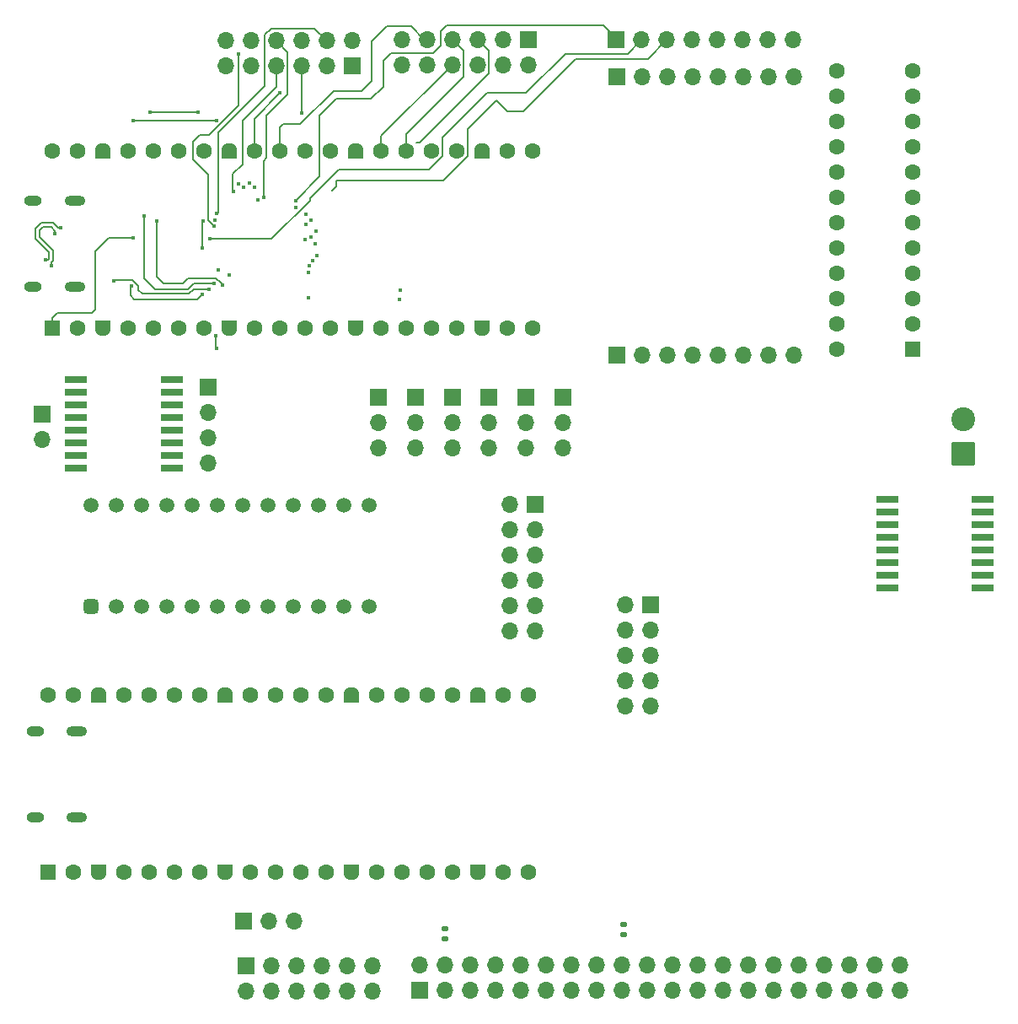
<source format=gbr>
%TF.GenerationSoftware,KiCad,Pcbnew,9.0.0*%
%TF.CreationDate,2025-06-09T15:05:36+02:00*%
%TF.ProjectId,stm32-fpga-bootloader,73746d33-322d-4667-9067-612d626f6f74,rev?*%
%TF.SameCoordinates,Original*%
%TF.FileFunction,Copper,L4,Bot*%
%TF.FilePolarity,Positive*%
%FSLAX46Y46*%
G04 Gerber Fmt 4.6, Leading zero omitted, Abs format (unit mm)*
G04 Created by KiCad (PCBNEW 9.0.0) date 2025-06-09 15:05:36*
%MOMM*%
%LPD*%
G01*
G04 APERTURE LIST*
G04 Aperture macros list*
%AMRoundRect*
0 Rectangle with rounded corners*
0 $1 Rounding radius*
0 $2 $3 $4 $5 $6 $7 $8 $9 X,Y pos of 4 corners*
0 Add a 4 corners polygon primitive as box body*
4,1,4,$2,$3,$4,$5,$6,$7,$8,$9,$2,$3,0*
0 Add four circle primitives for the rounded corners*
1,1,$1+$1,$2,$3*
1,1,$1+$1,$4,$5*
1,1,$1+$1,$6,$7*
1,1,$1+$1,$8,$9*
0 Add four rect primitives between the rounded corners*
20,1,$1+$1,$2,$3,$4,$5,0*
20,1,$1+$1,$4,$5,$6,$7,0*
20,1,$1+$1,$6,$7,$8,$9,0*
20,1,$1+$1,$8,$9,$2,$3,0*%
%AMFreePoly0*
4,1,37,0.603843,0.796157,0.639018,0.796157,0.711114,0.766294,0.766294,0.711114,0.796157,0.639018,0.796157,0.603843,0.800000,0.600000,0.800000,-0.600000,0.796157,-0.603843,0.796157,-0.639018,0.766294,-0.711114,0.711114,-0.766294,0.639018,-0.796157,0.603843,-0.796157,0.600000,-0.800000,0.000000,-0.800000,0.000000,-0.796148,-0.078414,-0.796148,-0.232228,-0.765552,-0.377117,-0.705537,
-0.507515,-0.618408,-0.618408,-0.507515,-0.705537,-0.377117,-0.765552,-0.232228,-0.796148,-0.078414,-0.796148,0.078414,-0.765552,0.232228,-0.705537,0.377117,-0.618408,0.507515,-0.507515,0.618408,-0.377117,0.705537,-0.232228,0.765552,-0.078414,0.796148,0.000000,0.796148,0.000000,0.800000,0.600000,0.800000,0.603843,0.796157,0.603843,0.796157,$1*%
%AMFreePoly1*
4,1,37,0.000000,0.796148,0.078414,0.796148,0.232228,0.765552,0.377117,0.705537,0.507515,0.618408,0.618408,0.507515,0.705537,0.377117,0.765552,0.232228,0.796148,0.078414,0.796148,-0.078414,0.765552,-0.232228,0.705537,-0.377117,0.618408,-0.507515,0.507515,-0.618408,0.377117,-0.705537,0.232228,-0.765552,0.078414,-0.796148,0.000000,-0.796148,0.000000,-0.800000,-0.600000,-0.800000,
-0.603843,-0.796157,-0.639018,-0.796157,-0.711114,-0.766294,-0.766294,-0.711114,-0.796157,-0.639018,-0.796157,-0.603843,-0.800000,-0.600000,-0.800000,0.600000,-0.796157,0.603843,-0.796157,0.639018,-0.766294,0.711114,-0.711114,0.766294,-0.639018,0.796157,-0.603843,0.796157,-0.600000,0.800000,0.000000,0.800000,0.000000,0.796148,0.000000,0.796148,$1*%
G04 Aperture macros list end*
%TA.AperFunction,ComponentPad*%
%ADD10RoundRect,0.250001X0.949999X-0.949999X0.949999X0.949999X-0.949999X0.949999X-0.949999X-0.949999X0*%
%TD*%
%TA.AperFunction,ComponentPad*%
%ADD11C,2.400000*%
%TD*%
%TA.AperFunction,ComponentPad*%
%ADD12RoundRect,0.375000X0.375000X-0.375000X0.375000X0.375000X-0.375000X0.375000X-0.375000X-0.375000X0*%
%TD*%
%TA.AperFunction,ComponentPad*%
%ADD13C,1.500000*%
%TD*%
%TA.AperFunction,ComponentPad*%
%ADD14RoundRect,0.200000X0.600000X-0.600000X0.600000X0.600000X-0.600000X0.600000X-0.600000X-0.600000X0*%
%TD*%
%TA.AperFunction,ComponentPad*%
%ADD15C,1.600000*%
%TD*%
%TA.AperFunction,ComponentPad*%
%ADD16FreePoly0,90.000000*%
%TD*%
%TA.AperFunction,ComponentPad*%
%ADD17FreePoly1,90.000000*%
%TD*%
%TA.AperFunction,ComponentPad*%
%ADD18R,1.700000X1.700000*%
%TD*%
%TA.AperFunction,ComponentPad*%
%ADD19O,1.700000X1.700000*%
%TD*%
%TA.AperFunction,HeatsinkPad*%
%ADD20O,2.100000X1.000000*%
%TD*%
%TA.AperFunction,HeatsinkPad*%
%ADD21O,1.800000X1.000000*%
%TD*%
%TA.AperFunction,ComponentPad*%
%ADD22RoundRect,0.250000X0.550000X0.550000X-0.550000X0.550000X-0.550000X-0.550000X0.550000X-0.550000X0*%
%TD*%
%TA.AperFunction,SMDPad,CuDef*%
%ADD23RoundRect,0.135000X0.185000X-0.135000X0.185000X0.135000X-0.185000X0.135000X-0.185000X-0.135000X0*%
%TD*%
%TA.AperFunction,SMDPad,CuDef*%
%ADD24R,2.160000X0.635000*%
%TD*%
%TA.AperFunction,ViaPad*%
%ADD25C,0.450000*%
%TD*%
%TA.AperFunction,Conductor*%
%ADD26C,0.200000*%
%TD*%
G04 APERTURE END LIST*
D10*
%TO.P,J6,1,Pin_1*%
%TO.N,Net-(J6-Pin_1)*%
X208472500Y-73735000D03*
D11*
%TO.P,J6,2,Pin_2*%
%TO.N,GND*%
X208472500Y-70235000D03*
%TD*%
D12*
%TO.P,U12,1,L3*%
%TO.N,unconnected-(U12-L3-Pad1)*%
X120835000Y-89085000D03*
D13*
%TO.P,U12,2,D1*%
%TO.N,Net-(U12-D1)*%
X123375000Y-89085000D03*
%TO.P,U12,3,D*%
%TO.N,/displays/7SEG_D*%
X125915000Y-89085000D03*
%TO.P,U12,4,L2*%
%TO.N,unconnected-(U12-L2-Pad4)*%
X128455000Y-89085000D03*
%TO.P,U12,5,D2*%
%TO.N,Net-(U12-D2)*%
X130995000Y-89085000D03*
%TO.P,U12,6,LC_CA*%
%TO.N,unconnected-(U12-LC_CA-Pad6)*%
X133535000Y-89085000D03*
%TO.P,U12,7,LC_AN*%
%TO.N,unconnected-(U12-LC_AN-Pad7)*%
X136075000Y-89085000D03*
%TO.P,U12,8,D3*%
%TO.N,Net-(U12-D3)*%
X138615000Y-89085000D03*
%TO.P,U12,9,DP1_AN*%
%TO.N,unconnected-(U12-DP1_AN-Pad9)*%
X141155000Y-89085000D03*
%TO.P,U12,10,D4*%
%TO.N,Net-(U12-D4)*%
X143695000Y-89085000D03*
%TO.P,U12,11,E*%
%TO.N,/displays/7SEG_E*%
X146235000Y-89085000D03*
%TO.P,U12,12,DP2_AN*%
%TO.N,unconnected-(U12-DP2_AN-Pad12)*%
X148775000Y-89085000D03*
%TO.P,U12,13,UP_CA*%
%TO.N,unconnected-(U12-UP_CA-Pad13)*%
X148775000Y-78925000D03*
%TO.P,U12,14,DP2_CA*%
%TO.N,unconnected-(U12-DP2_CA-Pad14)*%
X146235000Y-78925000D03*
%TO.P,U12,15,UP_AN*%
%TO.N,unconnected-(U12-UP_AN-Pad15)*%
X143695000Y-78925000D03*
%TO.P,U12,16,DP1_CA*%
%TO.N,unconnected-(U12-DP1_CA-Pad16)*%
X141155000Y-78925000D03*
%TO.P,U12,17,A*%
%TO.N,/displays/7SEG_A*%
X138615000Y-78925000D03*
%TO.P,U12,18,F*%
%TO.N,/displays/7SEG_F*%
X136075000Y-78925000D03*
%TO.P,U12,19,B*%
%TO.N,/displays/7SEG_B*%
X133535000Y-78925000D03*
%TO.P,U12,20,C*%
%TO.N,/displays/7SEG_C*%
X130995000Y-78925000D03*
%TO.P,U12,21,D1_E_AN*%
%TO.N,/displays/7SEG_E*%
X128455000Y-78925000D03*
%TO.P,U12,22,G*%
%TO.N,/displays/7SEG_G*%
X125915000Y-78925000D03*
%TO.P,U12,23,L1*%
%TO.N,unconnected-(U12-L1-Pad23)*%
X123375000Y-78925000D03*
%TO.P,U12,24,L1_L2_L3_CA*%
%TO.N,unconnected-(U12-L1_L2_L3_CA-Pad24)*%
X120835000Y-78925000D03*
%TD*%
D14*
%TO.P,A2,1,GPIO0*%
%TO.N,/CPLD_B0_PT10A*%
X116495000Y-115715000D03*
D15*
%TO.P,A2,2,GPIO1*%
%TO.N,/CPLD_B1_PT10B*%
X119035000Y-115715000D03*
D16*
%TO.P,A2,3,GND*%
%TO.N,GND*%
X121575000Y-115715000D03*
D15*
%TO.P,A2,4,GPIO2*%
%TO.N,/CPLD_B2_PT9A*%
X124115000Y-115715000D03*
%TO.P,A2,5,GPIO3*%
%TO.N,/CPLD_B3_PT9B*%
X126655000Y-115715000D03*
%TO.P,A2,6,GPIO4*%
%TO.N,/CPLD_B4_PR9A*%
X129195000Y-115715000D03*
%TO.P,A2,7,GPIO5*%
%TO.N,/CPLD_B5_PR9B*%
X131735000Y-115715000D03*
D16*
%TO.P,A2,8,GND*%
%TO.N,GND*%
X134275000Y-115715000D03*
D15*
%TO.P,A2,9,GPIO6*%
%TO.N,/CPLD_B6_PR9C*%
X136815000Y-115715000D03*
%TO.P,A2,10,GPIO7*%
%TO.N,/CPLD_B7_PR9D*%
X139355000Y-115715000D03*
%TO.P,A2,11,GPIO8*%
%TO.N,unconnected-(A2-GPIO8-Pad11)*%
X141895000Y-115715000D03*
%TO.P,A2,12,GPIO9*%
%TO.N,unconnected-(A2-GPIO9-Pad12)*%
X144435000Y-115715000D03*
D16*
%TO.P,A2,13,GND*%
%TO.N,GND*%
X146975000Y-115715000D03*
D15*
%TO.P,A2,14,GPIO10*%
%TO.N,/CPLD_CLOCK*%
X149515000Y-115715000D03*
%TO.P,A2,15,GPIO11*%
%TO.N,unconnected-(A2-GPIO11-Pad15)*%
X152055000Y-115715000D03*
%TO.P,A2,16,GPIO12*%
%TO.N,unconnected-(A2-GPIO12-Pad16)*%
X154595000Y-115715000D03*
%TO.P,A2,17,GPIO13*%
%TO.N,unconnected-(A2-GPIO13-Pad17)*%
X157135000Y-115715000D03*
D16*
%TO.P,A2,18,GND*%
%TO.N,GND*%
X159675000Y-115715000D03*
D15*
%TO.P,A2,19,GPIO14*%
%TO.N,unconnected-(A2-GPIO14-Pad19)*%
X162215000Y-115715000D03*
%TO.P,A2,20,GPIO15*%
%TO.N,unconnected-(A2-GPIO15-Pad20)*%
X164755000Y-115715000D03*
%TO.P,A2,21,GPIO16*%
%TO.N,/CPLD_MISO*%
X164755000Y-97935000D03*
%TO.P,A2,22,GPIO17*%
%TO.N,/CPLD_SPI_CS*%
X162215000Y-97935000D03*
D17*
%TO.P,A2,23,GND*%
%TO.N,GND*%
X159675000Y-97935000D03*
D15*
%TO.P,A2,24,GPIO18*%
%TO.N,/CPLDK_SCK*%
X157135000Y-97935000D03*
%TO.P,A2,25,GPIO19*%
%TO.N,/CPLD_MOSI*%
X154595000Y-97935000D03*
%TO.P,A2,26,GPIO20*%
%TO.N,/CPLD_SDA*%
X152055000Y-97935000D03*
%TO.P,A2,27,GPIO21*%
%TO.N,/CPLD_SCL*%
X149515000Y-97935000D03*
D17*
%TO.P,A2,28,GND*%
%TO.N,GND*%
X146975000Y-97935000D03*
D15*
%TO.P,A2,29,GPIO22*%
%TO.N,/CPLD_SPI_MCS*%
X144435000Y-97935000D03*
%TO.P,A2,30,RUN*%
%TO.N,unconnected-(A2-RUN-Pad30)*%
X141895000Y-97935000D03*
%TO.P,A2,31,GPIO26_ADC0*%
%TO.N,unconnected-(A2-GPIO26_ADC0-Pad31)*%
X139355000Y-97935000D03*
%TO.P,A2,32,GPIO27_ADC1*%
%TO.N,unconnected-(A2-GPIO27_ADC1-Pad32)*%
X136815000Y-97935000D03*
D17*
%TO.P,A2,33,AGND*%
%TO.N,unconnected-(A2-AGND-Pad33)*%
X134275000Y-97935000D03*
D15*
%TO.P,A2,34,GPIO28_ADC2*%
%TO.N,unconnected-(A2-GPIO28_ADC2-Pad34)*%
X131735000Y-97935000D03*
%TO.P,A2,35,ADC_VREF*%
%TO.N,unconnected-(A2-ADC_VREF-Pad35)*%
X129195000Y-97935000D03*
%TO.P,A2,36,3V3*%
%TO.N,unconnected-(A2-3V3-Pad36)*%
X126655000Y-97935000D03*
%TO.P,A2,37,3V3_EN*%
%TO.N,unconnected-(A2-3V3_EN-Pad37)*%
X124115000Y-97935000D03*
D17*
%TO.P,A2,38,GND*%
%TO.N,GND*%
X121575000Y-97935000D03*
D15*
%TO.P,A2,39,VSYS*%
%TO.N,unconnected-(A2-VSYS-Pad39)*%
X119035000Y-97935000D03*
%TO.P,A2,40,VBUS*%
%TO.N,VBUS2*%
X116495000Y-97935000D03*
%TD*%
D14*
%TO.P,A1,1,GPIO0*%
%TO.N,/RPI_ICE0*%
X116925000Y-61165000D03*
D15*
%TO.P,A1,2,GPIO1*%
%TO.N,/RPI_ICE1*%
X119465000Y-61165000D03*
D16*
%TO.P,A1,3,GND*%
%TO.N,GND*%
X122005000Y-61165000D03*
D15*
%TO.P,A1,4,GPIO2*%
%TO.N,/RPI_ICE2*%
X124545000Y-61165000D03*
%TO.P,A1,5,GPIO3*%
%TO.N,/RPI_ICE3*%
X127085000Y-61165000D03*
%TO.P,A1,6,GPIO4*%
%TO.N,/RPI_ICE4*%
X129625000Y-61165000D03*
%TO.P,A1,7,GPIO5*%
%TO.N,/RPI_ICE5*%
X132165000Y-61165000D03*
D16*
%TO.P,A1,8,GND*%
%TO.N,GND*%
X134705000Y-61165000D03*
D15*
%TO.P,A1,9,GPIO6*%
%TO.N,/RPI_ICE6*%
X137245000Y-61165000D03*
%TO.P,A1,10,GPIO7*%
%TO.N,/RPI_ICE7*%
X139785000Y-61165000D03*
%TO.P,A1,11,GPIO8*%
%TO.N,/IOB_23b*%
X142325000Y-61165000D03*
%TO.P,A1,12,GPIO9*%
%TO.N,/IOT_43a*%
X144865000Y-61165000D03*
D16*
%TO.P,A1,13,GND*%
%TO.N,GND*%
X147405000Y-61165000D03*
D15*
%TO.P,A1,14,GPIO10*%
%TO.N,Net-(A1-GPIO10)*%
X149945000Y-61165000D03*
%TO.P,A1,15,GPIO11*%
%TO.N,/ICE_SPI_MOSI*%
X152485000Y-61165000D03*
%TO.P,A1,16,GPIO12*%
%TO.N,/ICE_SPI_MISO*%
X155025000Y-61165000D03*
%TO.P,A1,17,GPIO13*%
%TO.N,/ICE_SPI_SS*%
X157565000Y-61165000D03*
D16*
%TO.P,A1,18,GND*%
%TO.N,GND*%
X160105000Y-61165000D03*
D15*
%TO.P,A1,19,GPIO14*%
%TO.N,/ICE_SPI_SCK*%
X162645000Y-61165000D03*
%TO.P,A1,20,GPIO15*%
%TO.N,/ICE_nRST*%
X165185000Y-61165000D03*
%TO.P,A1,21,GPIO16*%
%TO.N,/GPIO16_SPI0_RX*%
X165185000Y-43385000D03*
%TO.P,A1,22,GPIO17*%
%TO.N,/GPIO17_SPI0_CSn*%
X162645000Y-43385000D03*
D17*
%TO.P,A1,23,GND*%
%TO.N,GND*%
X160105000Y-43385000D03*
D15*
%TO.P,A1,24,GPIO18*%
%TO.N,/GPIO18_SPI0_SCK*%
X157565000Y-43385000D03*
%TO.P,A1,25,GPIO19*%
%TO.N,/GPIO19_SPI0_TX*%
X155025000Y-43385000D03*
%TO.P,A1,26,GPIO20*%
%TO.N,/GPIO20_I2C0_SDA*%
X152485000Y-43385000D03*
%TO.P,A1,27,GPIO21*%
%TO.N,/GPIO21_I2C0_SCL*%
X149945000Y-43385000D03*
D17*
%TO.P,A1,28,GND*%
%TO.N,GND*%
X147405000Y-43385000D03*
D15*
%TO.P,A1,29,GPIO22*%
%TO.N,/ICE_CDONE*%
X144865000Y-43385000D03*
%TO.P,A1,30,RUN*%
%TO.N,Net-(A1-RUN)*%
X142325000Y-43385000D03*
%TO.P,A1,31,GPIO26_ADC0*%
%TO.N,/GPIO26_ADC0*%
X139785000Y-43385000D03*
%TO.P,A1,32,GPIO27_ADC1*%
%TO.N,/GPIO27_ADC1*%
X137245000Y-43385000D03*
D17*
%TO.P,A1,33,AGND*%
%TO.N,unconnected-(A1-AGND-Pad33)*%
X134705000Y-43385000D03*
D15*
%TO.P,A1,34,GPIO28_ADC2*%
%TO.N,/LED1*%
X132165000Y-43385000D03*
%TO.P,A1,35,ADC_VREF*%
%TO.N,unconnected-(A1-ADC_VREF-Pad35)*%
X129625000Y-43385000D03*
%TO.P,A1,36,3V3*%
%TO.N,unconnected-(A1-3V3-Pad36)*%
X127085000Y-43385000D03*
%TO.P,A1,37,3V3_EN*%
%TO.N,unconnected-(A1-3V3_EN-Pad37)*%
X124545000Y-43385000D03*
D17*
%TO.P,A1,38,GND*%
%TO.N,GND*%
X122005000Y-43385000D03*
D15*
%TO.P,A1,39,VSYS*%
%TO.N,unconnected-(A1-VSYS-Pad39)*%
X119465000Y-43385000D03*
%TO.P,A1,40,VBUS*%
%TO.N,VBUS1*%
X116925000Y-43385000D03*
%TD*%
D18*
%TO.P,J12,1,Pin_1*%
%TO.N,/lcmxo2-cpld-block/PL8A*%
X136345000Y-125145000D03*
D19*
%TO.P,J12,2,Pin_2*%
%TO.N,/lcmxo2-cpld-block/PL8B*%
X136345000Y-127685000D03*
%TO.P,J12,3,Pin_3*%
%TO.N,/lcmxo2-cpld-block/PL5D*%
X138885000Y-125145000D03*
%TO.P,J12,4,Pin_4*%
%TO.N,/lcmxo2-cpld-block/PL8D*%
X138885000Y-127685000D03*
%TO.P,J12,5,Pin_5*%
%TO.N,/lcmxo2-cpld-block/PL5C*%
X141425000Y-125145000D03*
%TO.P,J12,6,Pin_6*%
%TO.N,/lcmxo2-cpld-block/PL8C*%
X141425000Y-127685000D03*
%TO.P,J12,7,Pin_7*%
%TO.N,/lcmxo2-cpld-block/PL9B{slash}PCLKC3_0*%
X143965000Y-125145000D03*
%TO.P,J12,8,Pin_8*%
%TO.N,/lcmxo2-cpld-block/PL9A{slash}PCLKT3_0*%
X143965000Y-127685000D03*
%TO.P,J12,9,Pin_9*%
%TO.N,GND*%
X146505000Y-125145000D03*
%TO.P,J12,10,Pin_10*%
X146505000Y-127685000D03*
%TO.P,J12,11,Pin_11*%
%TO.N,+3.3V*%
X149045000Y-125145000D03*
%TO.P,J12,12,Pin_12*%
X149045000Y-127685000D03*
%TD*%
D20*
%TO.P,J1,S1,SHIELD*%
%TO.N,GND*%
X119382500Y-101565000D03*
D21*
X115182500Y-101565000D03*
D20*
X119382500Y-110205000D03*
D21*
X115182500Y-110205000D03*
%TD*%
D20*
%TO.P,J8,S1,SHIELD*%
%TO.N,GND*%
X119195000Y-48365000D03*
D21*
X114995000Y-48365000D03*
D20*
X119195000Y-57005000D03*
D21*
X114995000Y-57005000D03*
%TD*%
D18*
%TO.P,JP3,1,A*%
%TO.N,/IOT_39a*%
X157105000Y-68105000D03*
D19*
%TO.P,JP3,2,C*%
%TO.N,/MATRIX_SPI_MOSI*%
X157105000Y-70645000D03*
%TO.P,JP3,3,B*%
%TO.N,/PR8D*%
X157105000Y-73185000D03*
%TD*%
D18*
%TO.P,J1003,1,Pin_1*%
%TO.N,GND*%
X136165000Y-120685000D03*
D19*
%TO.P,J1003,2,Pin_2*%
%TO.N,/jtag-prog/DBG_RX*%
X138705000Y-120685000D03*
%TO.P,J1003,3,Pin_3*%
%TO.N,/jtag-prog/DBG_TX*%
X141245000Y-120685000D03*
%TD*%
D18*
%TO.P,JP2,1,A*%
%TO.N,/IOT_38b*%
X153405000Y-68105000D03*
D19*
%TO.P,JP2,2,C*%
%TO.N,/ENCODER_A*%
X153405000Y-70645000D03*
%TO.P,JP2,3,B*%
%TO.N,/PB15A*%
X153405000Y-73185000D03*
%TD*%
D18*
%TO.P,J13,1,3V3*%
%TO.N,Net-(J13-3V3-Pad1)*%
X153805000Y-127602500D03*
D19*
%TO.P,J13,2,5V*%
%TO.N,Net-(J13-5V-Pad2)*%
X153805000Y-125062500D03*
%TO.P,J13,3,SDA/GPIO2*%
%TO.N,/CPLD_SDA*%
X156345000Y-127602500D03*
%TO.P,J13,4,5V*%
%TO.N,Net-(J13-5V-Pad2)*%
X156345000Y-125062500D03*
%TO.P,J13,5,SCL/GPIO3*%
%TO.N,/CPLD_SCL*%
X158885000Y-127602500D03*
%TO.P,J13,6,GND*%
%TO.N,GND*%
X158885000Y-125062500D03*
%TO.P,J13,7,GCLK0/GPIO4*%
%TO.N,/lcmxo2-cpld-block/PT15B*%
X161425000Y-127602500D03*
%TO.P,J13,8,GPIO14/TXD*%
%TO.N,/lcmxo2-cpld-block/PB6A*%
X161425000Y-125062500D03*
%TO.P,J13,9,GND*%
%TO.N,GND*%
X163965000Y-127602500D03*
%TO.P,J13,10,GPIO15/RXD*%
%TO.N,/lcmxo2-cpld-block/PB6B*%
X163965000Y-125062500D03*
%TO.P,J13,11,GPIO17*%
%TO.N,/lcmxo2-cpld-block/PR5D{slash}PCLKC1_0*%
X166505000Y-127602500D03*
%TO.P,J13,12,GPIO18/PWM0*%
%TO.N,/lcmxo2-cpld-block/PR5C{slash}PCLKT1_0*%
X166505000Y-125062500D03*
%TO.P,J13,13,GPIO27*%
%TO.N,/lcmxo2-cpld-block/PR2A*%
X169045000Y-127602500D03*
%TO.P,J13,14,GND*%
%TO.N,GND*%
X169045000Y-125062500D03*
%TO.P,J13,15,GPIO22*%
%TO.N,/lcmxo2-cpld-block/PR4B*%
X171585000Y-127602500D03*
%TO.P,J13,16,GPIO23*%
%TO.N,/lcmxo2-cpld-block/PR4A*%
X171585000Y-125062500D03*
%TO.P,J13,17,3V3*%
%TO.N,Net-(J13-3V3-Pad1)*%
X174125000Y-127602500D03*
%TO.P,J13,18,GPIO24*%
%TO.N,/lcmxo2-cpld-block/PR3B*%
X174125000Y-125062500D03*
%TO.P,J13,19,MOSI0/GPIO10*%
%TO.N,/CPLD_MOSI*%
X176665000Y-127602500D03*
%TO.P,J13,20,GND*%
%TO.N,GND*%
X176665000Y-125062500D03*
%TO.P,J13,21,MISO0/GPIO9*%
%TO.N,/CPLD_MISO*%
X179205000Y-127602500D03*
%TO.P,J13,22,GPIO25*%
%TO.N,/lcmxo2-cpld-block/PR3A*%
X179205000Y-125062500D03*
%TO.P,J13,23,SCLK0/GPIO11*%
%TO.N,/CPLDK_SCK*%
X181745000Y-127602500D03*
%TO.P,J13,24,~{CE0}/GPIO8*%
%TO.N,/CPLD_SPI_CS*%
X181745000Y-125062500D03*
%TO.P,J13,25,GND*%
%TO.N,GND*%
X184285000Y-127602500D03*
%TO.P,J13,26,~{CE1}/GPIO7*%
%TO.N,/CPLD_SPI_MCS*%
X184285000Y-125062500D03*
%TO.P,J13,27,ID_SD/GPIO0*%
%TO.N,/lcmxo2-cpld-block/PB4D*%
X186825000Y-127602500D03*
%TO.P,J13,28,ID_SC/GPIO1*%
%TO.N,/lcmxo2-cpld-block/PT16C*%
X186825000Y-125062500D03*
%TO.P,J13,29,GCLK1/GPIO5*%
%TO.N,/lcmxo2-cpld-block/PT12A{slash}PCLKT0_1*%
X189365000Y-127602500D03*
%TO.P,J13,30,GND*%
%TO.N,GND*%
X189365000Y-125062500D03*
%TO.P,J13,31,GCLK2/GPIO6*%
%TO.N,/lcmxo2-cpld-block/PT12B{slash}PCLKC0_1*%
X191905000Y-127602500D03*
%TO.P,J13,32,PWM0/GPIO12*%
%TO.N,/lcmxo2-cpld-block/PT15A*%
X191905000Y-125062500D03*
%TO.P,J13,33,PWM1/GPIO13*%
%TO.N,/lcmxo2-cpld-block/PL3B{slash}PCLKC3_2*%
X194445000Y-127602500D03*
%TO.P,J13,34,GND*%
%TO.N,GND*%
X194445000Y-125062500D03*
%TO.P,J13,35,GPIO19/MISO1*%
%TO.N,/lcmxo2-cpld-block/PR5A*%
X196985000Y-127602500D03*
%TO.P,J13,36,GPIO16*%
%TO.N,/lcmxo2-cpld-block/PR5B*%
X196985000Y-125062500D03*
%TO.P,J13,37,GPIO26*%
%TO.N,/lcmxo2-cpld-block/PR2B*%
X199525000Y-127602500D03*
%TO.P,J13,38,GPIO20/MOSI1*%
%TO.N,/lcmxo2-cpld-block/PR4D*%
X199525000Y-125062500D03*
%TO.P,J13,39,GND*%
%TO.N,GND*%
X202065000Y-127602500D03*
%TO.P,J13,40,GPIO21/SCLK1*%
%TO.N,/lcmxo2-cpld-block/PR4C*%
X202065000Y-125062500D03*
%TD*%
D18*
%TO.P,JP6,1,A*%
%TO.N,/IOT_45a_G1*%
X164505000Y-68085000D03*
D19*
%TO.P,JP6,2,C*%
%TO.N,/ENCODER_BTN*%
X164505000Y-70625000D03*
%TO.P,JP6,3,B*%
%TO.N,/PB11B{slash}PCLKC2_1*%
X164505000Y-73165000D03*
%TD*%
D18*
%TO.P,J10,1,Pin_1*%
%TO.N,Net-(J10-Pin_1)*%
X173605000Y-35885000D03*
D19*
%TO.P,J10,2,Pin_2*%
%TO.N,Net-(J10-Pin_2)*%
X176145000Y-35885000D03*
%TO.P,J10,3,Pin_3*%
%TO.N,Net-(J10-Pin_3)*%
X178685000Y-35885000D03*
%TO.P,J10,4,Pin_4*%
%TO.N,Net-(J10-Pin_4)*%
X181225000Y-35885000D03*
%TO.P,J10,5,Pin_5*%
%TO.N,Net-(J10-Pin_5)*%
X183765000Y-35885000D03*
%TO.P,J10,6,Pin_6*%
%TO.N,Net-(J10-Pin_6)*%
X186305000Y-35885000D03*
%TO.P,J10,7,Pin_7*%
%TO.N,Net-(J10-Pin_7)*%
X188845000Y-35885000D03*
%TO.P,J10,8,Pin_8*%
%TO.N,Net-(J10-Pin_8)*%
X191385000Y-35885000D03*
%TD*%
D18*
%TO.P,JP4,1,A*%
%TO.N,/IOT_36b*%
X160805000Y-68060000D03*
D19*
%TO.P,JP4,2,C*%
%TO.N,/ENCODER_B*%
X160805000Y-70600000D03*
%TO.P,JP4,3,B*%
%TO.N,/PB15B*%
X160805000Y-73140000D03*
%TD*%
D18*
%TO.P,J1001,1,Pin_1*%
%TO.N,Net-(J1001-Pin_1)*%
X132530000Y-67085000D03*
D19*
%TO.P,J1001,2,Pin_2*%
%TO.N,Net-(J1001-Pin_2)*%
X132530000Y-69625000D03*
%TO.P,J1001,3,Pin_3*%
%TO.N,Net-(J1001-Pin_3)*%
X132530000Y-72165000D03*
%TO.P,J1001,4,Pin_4*%
%TO.N,Net-(J1001-Pin_4)*%
X132530000Y-74705000D03*
%TD*%
D18*
%TO.P,J5,1,Pin_1*%
%TO.N,/IOB_0a*%
X147030000Y-34810000D03*
D19*
%TO.P,J5,2,Pin_2*%
%TO.N,/IOB_5b*%
X147030000Y-32270000D03*
%TO.P,J5,3,Pin_3*%
%TO.N,/IOB_2a*%
X144490000Y-34810000D03*
%TO.P,J5,4,Pin_4*%
%TO.N,/IOB_6a*%
X144490000Y-32270000D03*
%TO.P,J5,5,Pin_5*%
%TO.N,/IOB_3b_G6*%
X141950000Y-34810000D03*
%TO.P,J5,6,Pin_6*%
%TO.N,/IOB_8a*%
X141950000Y-32270000D03*
%TO.P,J5,7,Pin_7*%
%TO.N,/IOB_4a*%
X139410000Y-34810000D03*
%TO.P,J5,8,Pin_8*%
%TO.N,/IOT_51a*%
X139410000Y-32270000D03*
%TO.P,J5,9,Pin_9*%
%TO.N,GND*%
X136870000Y-34810000D03*
%TO.P,J5,10,Pin_10*%
X136870000Y-32270000D03*
%TO.P,J5,11,Pin_11*%
%TO.N,+3.3V*%
X134330000Y-34810000D03*
%TO.P,J5,12,Pin_12*%
X134330000Y-32270000D03*
%TD*%
D22*
%TO.P,U8,1,DIN*%
%TO.N,Net-(Q3-D)*%
X203340000Y-63255000D03*
D15*
%TO.P,U8,2,DIG_0*%
%TO.N,Net-(J11-Pin_1)*%
X203340000Y-60715000D03*
%TO.P,U8,3,DIG_4*%
%TO.N,Net-(J11-Pin_5)*%
X203340000Y-58175000D03*
%TO.P,U8,4,GND*%
%TO.N,GND*%
X203340000Y-55635000D03*
%TO.P,U8,5,DIG_6*%
%TO.N,Net-(J11-Pin_7)*%
X203340000Y-53095000D03*
%TO.P,U8,6,DIG_2*%
%TO.N,Net-(J11-Pin_3)*%
X203340000Y-50555000D03*
%TO.P,U8,7,DIG_3*%
%TO.N,Net-(J11-Pin_4)*%
X203340000Y-48015000D03*
%TO.P,U8,8,DIG_7*%
%TO.N,Net-(J11-Pin_8)*%
X203340000Y-45475000D03*
%TO.P,U8,9,GND*%
%TO.N,GND*%
X203340000Y-42935000D03*
%TO.P,U8,10,DIG_5*%
%TO.N,Net-(J11-Pin_6)*%
X203340000Y-40395000D03*
%TO.P,U8,11,DIG_1*%
%TO.N,Net-(J11-Pin_2)*%
X203340000Y-37855000D03*
%TO.P,U8,12,~{CS}*%
%TO.N,Net-(Q1-D)*%
X203340000Y-35315000D03*
%TO.P,U8,13,CLK*%
%TO.N,Net-(Q2-D)*%
X195720000Y-35315000D03*
%TO.P,U8,14,SEG_A*%
%TO.N,Net-(J10-Pin_1)*%
X195720000Y-37855000D03*
%TO.P,U8,15,SEG_F*%
%TO.N,Net-(J10-Pin_6)*%
X195720000Y-40395000D03*
%TO.P,U8,16,SEG_B*%
%TO.N,Net-(J10-Pin_2)*%
X195720000Y-42935000D03*
%TO.P,U8,17,SEG_G*%
%TO.N,Net-(J10-Pin_7)*%
X195720000Y-45475000D03*
%TO.P,U8,18,ISET*%
%TO.N,Net-(U8-ISET)*%
X195720000Y-48015000D03*
%TO.P,U8,19,V+*%
%TO.N,+5V*%
X195720000Y-50555000D03*
%TO.P,U8,20,SEG_C*%
%TO.N,Net-(J10-Pin_3)*%
X195720000Y-53095000D03*
%TO.P,U8,21,SEG_E*%
%TO.N,Net-(J10-Pin_5)*%
X195720000Y-55635000D03*
%TO.P,U8,22,SEG_DP*%
%TO.N,Net-(J10-Pin_8)*%
X195720000Y-58175000D03*
%TO.P,U8,23,SEG_D*%
%TO.N,Net-(J10-Pin_4)*%
X195720000Y-60715000D03*
%TO.P,U8,24,DOUT*%
%TO.N,unconnected-(U8-DOUT-Pad24)*%
X195720000Y-63255000D03*
%TD*%
D18*
%TO.P,JP5,1,A*%
%TO.N,/IOT_48b*%
X168205000Y-68085000D03*
D19*
%TO.P,JP5,2,C*%
%TO.N,/MATRIX_SPI_SCK*%
X168205000Y-70625000D03*
%TO.P,JP5,3,B*%
%TO.N,/PR10D*%
X168205000Y-73165000D03*
%TD*%
D18*
%TO.P,JP1,1,A*%
%TO.N,/IOT_44b*%
X149705000Y-68105000D03*
D19*
%TO.P,JP1,2,C*%
%TO.N,/MATRIX_SPI_nCS*%
X149705000Y-70645000D03*
%TO.P,JP1,3,B*%
%TO.N,/PR10C*%
X149705000Y-73185000D03*
%TD*%
D18*
%TO.P,J11,1,Pin_1*%
%TO.N,Net-(J11-Pin_1)*%
X173605000Y-63825000D03*
D19*
%TO.P,J11,2,Pin_2*%
%TO.N,Net-(J11-Pin_2)*%
X176145000Y-63825000D03*
%TO.P,J11,3,Pin_3*%
%TO.N,Net-(J11-Pin_3)*%
X178685000Y-63825000D03*
%TO.P,J11,4,Pin_4*%
%TO.N,Net-(J11-Pin_4)*%
X181225000Y-63825000D03*
%TO.P,J11,5,Pin_5*%
%TO.N,Net-(J11-Pin_5)*%
X183765000Y-63825000D03*
%TO.P,J11,6,Pin_6*%
%TO.N,Net-(J11-Pin_6)*%
X186305000Y-63825000D03*
%TO.P,J11,7,Pin_7*%
%TO.N,Net-(J11-Pin_7)*%
X188845000Y-63825000D03*
%TO.P,J11,8,Pin_8*%
%TO.N,Net-(J11-Pin_8)*%
X191385000Y-63825000D03*
%TD*%
D18*
%TO.P,J9,1,Pin_1*%
%TO.N,/displays/SHIFT_REG_DATA*%
X165405000Y-78865000D03*
D19*
%TO.P,J9,2,Pin_2*%
%TO.N,/displays/7SEG_D1*%
X162865000Y-78865000D03*
%TO.P,J9,3,Pin_3*%
%TO.N,/displays/SHIFT_REG_STCLK*%
X165405000Y-81405000D03*
%TO.P,J9,4,Pin_4*%
%TO.N,/displays/7SEG_D2*%
X162865000Y-81405000D03*
%TO.P,J9,5,Pin_5*%
%TO.N,/displays/SHIFT_REG_CLK*%
X165405000Y-83945000D03*
%TO.P,J9,6,Pin_6*%
%TO.N,/displays/7SEG_D3*%
X162865000Y-83945000D03*
%TO.P,J9,7,Pin_7*%
%TO.N,/displays/SHIFT_REG_nMCLR*%
X165405000Y-86485000D03*
%TO.P,J9,8,Pin_8*%
%TO.N,/displays/7SEG_D4*%
X162865000Y-86485000D03*
%TO.P,J9,9,Pin_9*%
%TO.N,/displays/SHIFT_REG_OE*%
X165405000Y-89025000D03*
%TO.P,J9,10,Pin_10*%
%TO.N,GND*%
X162865000Y-89025000D03*
%TO.P,J9,11,Pin_11*%
%TO.N,+3.3V*%
X165405000Y-91565000D03*
%TO.P,J9,12,Pin_12*%
X162865000Y-91565000D03*
%TD*%
D18*
%TO.P,J15,1,Pin_1*%
%TO.N,Net-(J15-Pin_1)*%
X115930000Y-69785000D03*
D19*
%TO.P,J15,2,Pin_2*%
%TO.N,GND*%
X115930000Y-72325000D03*
%TD*%
D18*
%TO.P,J3,1,Pin_1*%
%TO.N,/GPIO18_SPI0_SCK*%
X164725000Y-32145000D03*
D19*
%TO.P,J3,2,Pin_2*%
%TO.N,/GPIO19_SPI0_TX*%
X164725000Y-34685000D03*
%TO.P,J3,3,Pin_3*%
%TO.N,/GPIO16_SPI0_RX*%
X162185000Y-32145000D03*
%TO.P,J3,4,Pin_4*%
%TO.N,/GPIO17_SPI0_CSn*%
X162185000Y-34685000D03*
%TO.P,J3,5,Pin_5*%
%TO.N,/ICE_CLOCK*%
X159645000Y-32145000D03*
%TO.P,J3,6,Pin_6*%
%TO.N,GND*%
X159645000Y-34685000D03*
%TO.P,J3,7,Pin_7*%
%TO.N,/GPIO20_I2C0_SDA*%
X157105000Y-32145000D03*
%TO.P,J3,8,Pin_8*%
%TO.N,/GPIO21_I2C0_SCL*%
X157105000Y-34685000D03*
%TO.P,J3,9,Pin_9*%
%TO.N,/GPIO26_ADC0*%
X154565000Y-32145000D03*
%TO.P,J3,10,Pin_10*%
%TO.N,/GPIO27_ADC1*%
X154565000Y-34685000D03*
%TO.P,J3,11,Pin_11*%
%TO.N,unconnected-(J3-Pin_11-Pad11)*%
X152025000Y-32145000D03*
%TO.P,J3,12,Pin_12*%
%TO.N,+3.3V*%
X152025000Y-34685000D03*
%TD*%
D18*
%TO.P,J1002,1,Pin_1*%
%TO.N,/PT10C{slash}TDO*%
X176995000Y-88935000D03*
D19*
%TO.P,J1002,2,Pin_2*%
%TO.N,/TDI*%
X174455000Y-88935000D03*
%TO.P,J1002,3,Pin_3*%
%TO.N,/PT10D{slash}TDI*%
X176995000Y-91475000D03*
%TO.P,J1002,4,Pin_4*%
%TO.N,/TDO*%
X174455000Y-91475000D03*
%TO.P,J1002,5,Pin_5*%
%TO.N,/PT11C{slash}TCK*%
X176995000Y-94015000D03*
%TO.P,J1002,6,Pin_6*%
%TO.N,/TCK*%
X174455000Y-94015000D03*
%TO.P,J1002,7,Pin_7*%
%TO.N,/PT11D{slash}TMS*%
X176995000Y-96555000D03*
%TO.P,J1002,8,Pin_8*%
%TO.N,/TMS*%
X174455000Y-96555000D03*
%TO.P,J1002,9,Pin_9*%
%TO.N,GND*%
X176995000Y-99095000D03*
%TO.P,J1002,10,Pin_10*%
X174455000Y-99095000D03*
%TD*%
D18*
%TO.P,J1004,1,Pin_1*%
%TO.N,/IOT_50b*%
X173575000Y-32185000D03*
D19*
%TO.P,J1004,2,Pin_2*%
%TO.N,/IOB_13b*%
X176115000Y-32185000D03*
%TO.P,J1004,3,Pin_3*%
%TO.N,/IOT_37a*%
X178655000Y-32185000D03*
%TO.P,J1004,4,Pin_4*%
%TO.N,/IOB_20a*%
X181195000Y-32185000D03*
%TO.P,J1004,5,Pin_5*%
%TO.N,/IOB_22a*%
X183735000Y-32185000D03*
%TO.P,J1004,6,Pin_6*%
%TO.N,/IOB_23b*%
X186275000Y-32185000D03*
%TO.P,J1004,7,Pin_7*%
%TO.N,/IOT_43a*%
X188815000Y-32185000D03*
%TO.P,J1004,8,Pin_8*%
%TO.N,GND*%
X191355000Y-32185000D03*
%TD*%
D23*
%TO.P,R85,1*%
%TO.N,Net-(J13-5V-Pad2)*%
X156405000Y-122405000D03*
%TO.P,R85,2*%
%TO.N,+5V*%
X156405000Y-121385000D03*
%TD*%
%TO.P,R84,1*%
%TO.N,Net-(J13-3V3-Pad1)*%
X174305000Y-121995000D03*
%TO.P,R84,2*%
%TO.N,+3.3V*%
X174305000Y-120975000D03*
%TD*%
D24*
%TO.P,U4,1,VDD1*%
%TO.N,+3.3V*%
X210405000Y-78320000D03*
%TO.P,U4,2,VIN+*%
%TO.N,Net-(U4-VIN+)*%
X210405000Y-79590000D03*
%TO.P,U4,3,VIN-*%
%TO.N,Net-(U4-VIN-)*%
X210405000Y-80860000D03*
%TO.P,U4,4,GND1*%
%TO.N,GND*%
X210405000Y-82130000D03*
%TO.P,U4,5,NC*%
%TO.N,unconnected-(U4-NC-Pad5)*%
X210405000Y-83400000D03*
%TO.P,U4,6,NC*%
%TO.N,unconnected-(U4-NC-Pad6)*%
X210405000Y-84670000D03*
%TO.P,U4,7,VDD1*%
%TO.N,+3.3V*%
X210405000Y-85940000D03*
%TO.P,U4,8,GND1*%
%TO.N,GND*%
X210405000Y-87210000D03*
%TO.P,U4,9,GND2*%
X200805000Y-87210000D03*
%TO.P,U4,10,MDAT-*%
%TO.N,Net-(U4-MDAT-)*%
X200805000Y-85940000D03*
%TO.P,U4,11,MDAT+*%
%TO.N,Net-(U4-MDAT+)*%
X200805000Y-84670000D03*
%TO.P,U4,12,MCLKIN\u2212*%
%TO.N,Net-(U4-MCLKIN\u2212)*%
X200805000Y-83400000D03*
%TO.P,U4,13,MCLKIN+*%
%TO.N,Net-(U4-MCLKIN+)*%
X200805000Y-82130000D03*
%TO.P,U4,14,VDD2*%
%TO.N,+3.3V*%
X200805000Y-80860000D03*
%TO.P,U4,15,NC*%
%TO.N,unconnected-(U4-NC-Pad15)*%
X200805000Y-79590000D03*
%TO.P,U4,16,GND2*%
%TO.N,GND*%
X200805000Y-78320000D03*
%TD*%
%TO.P,U13,1,VDD1*%
%TO.N,+3.3V*%
X119305000Y-75180000D03*
%TO.P,U13,2,VIN+*%
%TO.N,Net-(U13-VIN+)*%
X119305000Y-73910000D03*
%TO.P,U13,3,VIN-*%
%TO.N,Net-(U13-VIN-)*%
X119305000Y-72640000D03*
%TO.P,U13,4,GND1*%
%TO.N,GND*%
X119305000Y-71370000D03*
%TO.P,U13,5,NC*%
%TO.N,unconnected-(U13-NC-Pad5)*%
X119305000Y-70100000D03*
%TO.P,U13,6,NC*%
%TO.N,unconnected-(U13-NC-Pad6)*%
X119305000Y-68830000D03*
%TO.P,U13,7,VDD1*%
%TO.N,+3.3V*%
X119305000Y-67560000D03*
%TO.P,U13,8,GND1*%
%TO.N,GND*%
X119305000Y-66290000D03*
%TO.P,U13,9,GND2*%
X128905000Y-66290000D03*
%TO.P,U13,10,MDAT-*%
%TO.N,Net-(U13-MDAT-)*%
X128905000Y-67560000D03*
%TO.P,U13,11,MDAT+*%
%TO.N,Net-(U13-MDAT+)*%
X128905000Y-68830000D03*
%TO.P,U13,12,MCLKIN\u2212*%
%TO.N,Net-(U13-MCLKIN\u2212)*%
X128905000Y-70100000D03*
%TO.P,U13,13,MCLKIN+*%
%TO.N,Net-(U13-MCLKIN+)*%
X128905000Y-71370000D03*
%TO.P,U13,14,VDD2*%
%TO.N,+3.3V*%
X128905000Y-72640000D03*
%TO.P,U13,15,NC*%
%TO.N,unconnected-(U13-NC-Pad15)*%
X128905000Y-73910000D03*
%TO.P,U13,16,GND2*%
%TO.N,GND*%
X128905000Y-75180000D03*
%TD*%
D25*
%TO.N,/RPI_ICE0*%
X125055000Y-52085000D03*
%TO.N,/IOB_8a*%
X135655000Y-33635000D03*
%TO.N,/GPIO27_ADC1*%
X139805000Y-37535000D03*
%TO.N,/ICE_CDONE*%
X125055000Y-40285000D03*
X133405000Y-40285000D03*
%TO.N,/IOB_3b_G6*%
X141973732Y-39558732D03*
%TO.N,Net-(A1-RUN)*%
X126730000Y-39460000D03*
X131555000Y-39485000D03*
%TO.N,/IOB_4a*%
X135115000Y-47435000D03*
%TO.N,/IOB_2a*%
X135605000Y-46635000D03*
%TO.N,/IOB_0a*%
X136165000Y-47003366D03*
%TO.N,/IOB_5b*%
X136705000Y-46585000D03*
%TO.N,/IOB_3b_G6*%
X137237090Y-46958341D03*
%TO.N,/RPI_ICE6*%
X137573620Y-48275690D03*
%TO.N,/IOT_51a*%
X138155000Y-47985000D03*
%TO.N,/IOT_50b*%
X141355000Y-48335000D03*
%TO.N,/IOT_45a_G1*%
X141355000Y-49035000D03*
%TO.N,/IOT_48b*%
X142405000Y-49681500D03*
%TO.N,/ICE_CLOCK*%
X142905000Y-50285000D03*
%TO.N,/IOT_44b*%
X142355000Y-50732500D03*
%TO.N,+3.3V*%
X143405000Y-51385000D03*
%TO.N,/IOT_43a*%
X142905887Y-51984634D03*
%TO.N,/RPI_ICE1*%
X142305000Y-52232500D03*
%TO.N,+3.3V*%
X143355000Y-52682500D03*
%TO.N,/RPI_ICE7*%
X143505000Y-53835000D03*
%TO.N,/IOT_38b*%
X143073125Y-54325309D03*
%TO.N,/IOT_39a*%
X142754098Y-54891634D03*
%TO.N,/IOT_36b*%
X142655492Y-55560000D03*
%TO.N,/IOT_37a*%
X142655000Y-58085000D03*
%TO.N,/ICE_SPI_MISO*%
X151755000Y-58235000D03*
%TO.N,/ICE_SPI_SS*%
X151905000Y-57335000D03*
%TO.N,/ICE_SPI_MOSI*%
X127405000Y-50385000D03*
%TO.N,/ICE_SPI_SCK*%
X126155000Y-49885000D03*
%TO.N,/ICE_SPI_SS*%
X123071250Y-56401250D03*
%TO.N,/ICE_SPI_MISO*%
X124855000Y-56935000D03*
%TO.N,/IOB_13b*%
X132705000Y-52200056D03*
%TO.N,/IOB_8a*%
X133173451Y-50922882D03*
%TO.N,/RPI_ICE0*%
X133281092Y-50281854D03*
%TO.N,/IOB_6a*%
X133455000Y-49635000D03*
%TO.N,/D-*%
X117769589Y-51057615D03*
%TO.N,/D+*%
X117168547Y-51658657D03*
%TO.N,/D-*%
X116204479Y-54234479D03*
%TO.N,/D+*%
X116805521Y-54835521D03*
%TO.N,/IOB_22a*%
X133605000Y-55282500D03*
%TO.N,/RPI_ICE3*%
X134705000Y-55835000D03*
%TO.N,/ICE_SPI_MISO*%
X131955000Y-57735000D03*
%TO.N,/ICE_SPI_SS*%
X132642869Y-57258983D03*
%TO.N,/ICE_SPI_SCK*%
X133157354Y-56646358D03*
%TO.N,/ICE_SPI_MOSI*%
X134046730Y-56793270D03*
%TO.N,/RPI_ICE2*%
X133355000Y-61935000D03*
X133405000Y-63185000D03*
%TO.N,/ICE_nRST*%
X132001232Y-53088768D03*
X132055000Y-50385000D03*
%TD*%
D26*
%TO.N,/IOT_37a*%
X145455000Y-46935000D02*
X145055000Y-47335000D01*
X145455000Y-46335000D02*
X145455000Y-46935000D01*
X156172050Y-46335000D02*
X145455000Y-46335000D01*
X158666000Y-43841050D02*
X156172050Y-46335000D01*
X158666000Y-41174000D02*
X158666000Y-43841050D01*
X161555000Y-38285000D02*
X158666000Y-41174000D01*
X162605000Y-39335000D02*
X161555000Y-38285000D01*
X164205000Y-39335000D02*
X162605000Y-39335000D01*
X169455000Y-34085000D02*
X164205000Y-39335000D01*
X176755000Y-34085000D02*
X169455000Y-34085000D01*
X178655000Y-32185000D02*
X176755000Y-34085000D01*
%TO.N,/IOB_13b*%
X174710000Y-33590000D02*
X176115000Y-32185000D01*
X174705000Y-33585000D02*
X174710000Y-33590000D01*
X168455000Y-33585000D02*
X174705000Y-33585000D01*
X164505000Y-37535000D02*
X168455000Y-33585000D01*
X160605000Y-37535000D02*
X164505000Y-37535000D01*
X156126000Y-42014000D02*
X160605000Y-37535000D01*
X154782050Y-45185000D02*
X156126000Y-43841050D01*
X156126000Y-43841050D02*
X156126000Y-42014000D01*
X142805000Y-48085000D02*
X145705000Y-45185000D01*
X145705000Y-45185000D02*
X154782050Y-45185000D01*
X142805000Y-48328877D02*
X142805000Y-48085000D01*
X138933821Y-52200056D02*
X142805000Y-48328877D01*
X132705000Y-52200056D02*
X138933821Y-52200056D01*
%TO.N,/IOT_50b*%
X156534000Y-30756000D02*
X172301000Y-30756000D01*
X155954000Y-31336000D02*
X156534000Y-30756000D01*
X155954000Y-32786000D02*
X155954000Y-31336000D01*
X155206000Y-33534000D02*
X155954000Y-32786000D01*
X150955000Y-33534000D02*
X155206000Y-33534000D01*
X150155000Y-34334000D02*
X150955000Y-33534000D01*
X172301000Y-30756000D02*
X173730000Y-32185000D01*
X150155000Y-36935000D02*
X150155000Y-34334000D01*
X148955000Y-38135000D02*
X150155000Y-36935000D01*
X143764000Y-39826000D02*
X145455000Y-38135000D01*
X143764000Y-45926000D02*
X143764000Y-39826000D01*
X145455000Y-38135000D02*
X148955000Y-38135000D01*
X141355000Y-48335000D02*
X143764000Y-45926000D01*
%TO.N,/GPIO26_ADC0*%
X154265000Y-32145000D02*
X154565000Y-32145000D01*
X152955000Y-30835000D02*
X154265000Y-32145000D01*
X150505000Y-30835000D02*
X152955000Y-30835000D01*
X149005000Y-36335000D02*
X149005000Y-32335000D01*
X145155000Y-37335000D02*
X148005000Y-37335000D01*
X140105000Y-40685000D02*
X141805000Y-40685000D01*
X139785000Y-41005000D02*
X140105000Y-40685000D01*
X141805000Y-40685000D02*
X145155000Y-37335000D01*
X148005000Y-37335000D02*
X149005000Y-36335000D01*
X149005000Y-32335000D02*
X150505000Y-30835000D01*
X139785000Y-43385000D02*
X139785000Y-41005000D01*
%TO.N,/ICE_CLOCK*%
X159055000Y-37285000D02*
X153805000Y-42535000D01*
X160796000Y-35544000D02*
X159055000Y-37285000D01*
X153805000Y-42535000D02*
X153505000Y-42535000D01*
X160796000Y-33296000D02*
X160796000Y-35544000D01*
X159645000Y-32145000D02*
X160796000Y-33296000D01*
%TO.N,/GPIO20_I2C0_SDA*%
X158256000Y-33296000D02*
X157105000Y-32145000D01*
X158256000Y-35884000D02*
X158256000Y-33296000D01*
X152485000Y-43385000D02*
X152485000Y-41655000D01*
X152485000Y-41655000D02*
X158256000Y-35884000D01*
%TO.N,/GPIO21_I2C0_SCL*%
X149945000Y-41845000D02*
X149945000Y-43385000D01*
X157105000Y-34685000D02*
X149945000Y-41845000D01*
%TO.N,/GPIO27_ADC1*%
X137245000Y-40095000D02*
X139805000Y-37535000D01*
X137245000Y-43385000D02*
X137245000Y-40095000D01*
%TO.N,/ICE_CDONE*%
X125055000Y-40285000D02*
X133405000Y-40285000D01*
%TO.N,/IOB_6a*%
X138259000Y-36831000D02*
X133599000Y-41491000D01*
X133599000Y-49491000D02*
X133455000Y-49635000D01*
X138259000Y-31681000D02*
X138259000Y-36831000D01*
X138905000Y-31035000D02*
X138259000Y-31681000D01*
X143255000Y-31035000D02*
X138905000Y-31035000D01*
X144490000Y-32270000D02*
X143255000Y-31035000D01*
X133599000Y-41491000D02*
X133599000Y-49491000D01*
%TO.N,/RPI_ICE0*%
X120905000Y-59585000D02*
X117455000Y-59585000D01*
X121205000Y-59285000D02*
X120905000Y-59585000D01*
X116925000Y-60115000D02*
X116925000Y-61165000D01*
X121205000Y-53435000D02*
X121205000Y-59285000D01*
X117455000Y-59585000D02*
X116925000Y-60115000D01*
X125005000Y-52035000D02*
X122605000Y-52035000D01*
X122605000Y-52035000D02*
X121205000Y-53435000D01*
X125055000Y-52085000D02*
X125005000Y-52035000D01*
%TO.N,/ICE_nRST*%
X132005000Y-50435000D02*
X132055000Y-50385000D01*
X132005000Y-52485000D02*
X132005000Y-50435000D01*
X132001232Y-52488768D02*
X132005000Y-52485000D01*
X132001232Y-53088768D02*
X132001232Y-52488768D01*
%TO.N,/IOB_8a*%
X132698877Y-41735000D02*
X135655000Y-38778877D01*
X131064000Y-42426000D02*
X131755000Y-41735000D01*
X131755000Y-41735000D02*
X132698877Y-41735000D01*
X131064000Y-44179050D02*
X131064000Y-42426000D01*
X132581000Y-45696050D02*
X131064000Y-44179050D01*
X135655000Y-38778877D02*
X135655000Y-33635000D01*
X133173451Y-50922882D02*
X132581000Y-50330431D01*
X132581000Y-50330431D02*
X132581000Y-45696050D01*
%TO.N,/IOT_51a*%
X140561000Y-33421000D02*
X139410000Y-32270000D01*
X140561000Y-37679000D02*
X140561000Y-33421000D01*
X138155000Y-44336120D02*
X138456120Y-44035000D01*
X138155000Y-47985000D02*
X138155000Y-44336120D01*
X138456120Y-44035000D02*
X138456120Y-39783880D01*
X138456120Y-39783880D02*
X140561000Y-37679000D01*
%TO.N,/IOB_3b_G6*%
X141950000Y-39535000D02*
X141950000Y-34810000D01*
X141973732Y-39558732D02*
X141950000Y-39535000D01*
%TO.N,Net-(A1-RUN)*%
X127805000Y-39485000D02*
X131555000Y-39485000D01*
X127780000Y-39460000D02*
X127805000Y-39485000D01*
X126730000Y-39460000D02*
X127780000Y-39460000D01*
%TO.N,/IOB_4a*%
X139410000Y-36880000D02*
X139410000Y-34810000D01*
X136005000Y-40285000D02*
X139410000Y-36880000D01*
X136005000Y-44685000D02*
X136005000Y-40285000D01*
X135055000Y-45635000D02*
X136005000Y-44685000D01*
X135055000Y-47375000D02*
X135055000Y-45635000D01*
X135115000Y-47435000D02*
X135055000Y-47375000D01*
%TO.N,/ICE_SPI_MOSI*%
X127405000Y-55935000D02*
X127405000Y-50385000D01*
X128105000Y-56635000D02*
X127405000Y-55935000D01*
X130055000Y-56635000D02*
X128105000Y-56635000D01*
X130569642Y-56120358D02*
X130055000Y-56635000D01*
X133839873Y-56586413D02*
X133839873Y-56585000D01*
X134046730Y-56793270D02*
X133839873Y-56586413D01*
X133839873Y-56585000D02*
X133375231Y-56120358D01*
X133375231Y-56120358D02*
X130569642Y-56120358D01*
%TO.N,/ICE_SPI_SCK*%
X130505000Y-57235000D02*
X127205000Y-57235000D01*
X130521450Y-57251450D02*
X130505000Y-57235000D01*
X127205000Y-57235000D02*
X126105000Y-56135000D01*
X126105000Y-56135000D02*
X126105000Y-49935000D01*
X131126542Y-56646358D02*
X130521450Y-57251450D01*
X133157354Y-56646358D02*
X131126542Y-56646358D01*
X126105000Y-49935000D02*
X126155000Y-49885000D01*
%TO.N,/ICE_SPI_SS*%
X132592886Y-57209000D02*
X132642869Y-57258983D01*
X131131000Y-57209000D02*
X132592886Y-57209000D01*
X125955000Y-57685000D02*
X130655000Y-57685000D01*
X125576938Y-57306938D02*
X125955000Y-57685000D01*
X125576938Y-56913062D02*
X125576938Y-57306938D01*
X123187500Y-56285000D02*
X124948877Y-56285000D01*
X130655000Y-57685000D02*
X131131000Y-57209000D01*
X124948877Y-56285000D02*
X125576938Y-56913062D01*
X123071250Y-56401250D02*
X123187500Y-56285000D01*
%TO.N,/ICE_SPI_MISO*%
X124755000Y-57035000D02*
X124855000Y-56935000D01*
X125155000Y-58235000D02*
X124755000Y-57835000D01*
X124755000Y-57835000D02*
X124755000Y-57035000D01*
X131455000Y-58235000D02*
X125155000Y-58235000D01*
X131955000Y-57735000D02*
X131455000Y-58235000D01*
%TO.N,/D-*%
X117486746Y-51057615D02*
X117769589Y-51057615D01*
X116989131Y-50560000D02*
X117486746Y-51057615D01*
X115777701Y-50560000D02*
X116989131Y-50560000D01*
X116558158Y-53524669D02*
X115208745Y-52175256D01*
X115208745Y-51128956D02*
X115777701Y-50560000D01*
X116558158Y-54163643D02*
X116558158Y-53524669D01*
X116487322Y-54234479D02*
X116558158Y-54163643D01*
X116204479Y-54234479D02*
X116487322Y-54234479D01*
%TO.N,/D+*%
X115964097Y-51010000D02*
X116802733Y-51010000D01*
X115658745Y-51315352D02*
X115964097Y-51010000D01*
X117168547Y-51375814D02*
X117168547Y-51658657D01*
X115658745Y-51988860D02*
X115658745Y-51315352D01*
X116805521Y-54552678D02*
X117008158Y-54350041D01*
X116805521Y-54835521D02*
X116805521Y-54552678D01*
X117008158Y-54350041D02*
X117008158Y-53338273D01*
X117008158Y-53338273D02*
X115658745Y-51988860D01*
%TO.N,/D-*%
X115208745Y-52175256D02*
X115208745Y-51128956D01*
%TO.N,/D+*%
X116802733Y-51010000D02*
X117168547Y-51375814D01*
%TO.N,/RPI_ICE2*%
X133355000Y-61935000D02*
X133355000Y-63135000D01*
X133355000Y-63135000D02*
X133405000Y-63185000D01*
%TD*%
M02*

</source>
